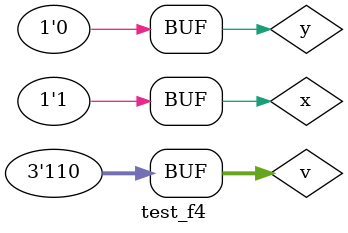
<source format=v>
module f4 (output s, input a , input b, input [2:0] key); 
wire temp0, temp1, temp2, temp3,temp4, temp5, temp6, temp7, temp8, temp9, temp10, temp11, temp12, temp13, temp14;
wire [2:0] keytemp;
//--portas
and AND0(temp0, a, b);
or OR0(temp1, a, b);
xor XOR0(temp2,a, b);
not NOT0(temp3,a);
//--negação das chaves
not NOT1(keytemp[0], key[0]);
not NOT2(keytemp[1], key[1]);
not NOT3(keytemp[2], key[2]);
//--multiplexador and e or
and AND1(temp4, temp0, keytemp[2]);
and AND2(temp5, temp1, key[2]);
or OR1(temp6, temp4, temp5);
//--multiplexador xor e not
and AND3(temp7, temp2, keytemp[2]);
and AND4(temp8, temp3, key[2]);
or OR2(temp9, temp7, temp8);
//--multiplexador conjunto
and AND5(temp10, temp6, keytemp[1]);
and AND6(temp11, temp9, key[1]);
or OR3(temp12, temp10, temp11);
//--multiplexador negado
and AND7(temp13, temp12, keytemp[0]);
and AND8(temp14, (~temp12), key[0]);
or OR4(s, temp13, temp14);

endmodule // f4 
module test_f4; 
// ------------------------- definir dados 
reg x; 
reg y;
reg [2:0]v; 
wire  z;
f4 Teste (z, x, y, v);
 
// ------------------------- parte principal 
initial begin 
$display("Exemplo0035 - Douglas Henrique Silva Corrêa - 466503"); 
$display("Test LU's module"); 
x = 1; y = 0; v=3'b000; 
// projetar testes do modulo 
#1 $display("x and y = ",z);
v=3'b001;
#1 $display("x nand y = ",z);
v=3'b010;
#1 $display("x xor y = ",z);
v=3'b011;
#1 $display("x xnor y = ",z);
v=3'b100;
#1 $display("x or y = ",z);
v=3'b101;
#1 $display("x nor y = ",z);
v=3'b110;
#1 $display("x not y = ",z);
end 
endmodule
</source>
